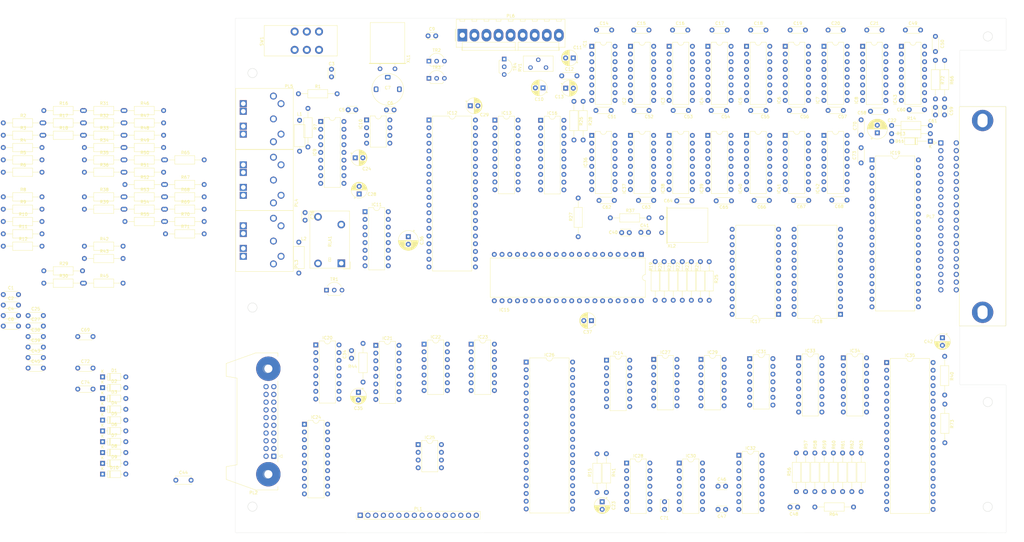
<source format=kicad_pcb>
(kicad_pcb (version 20221018) (generator pcbnew)
  (title_block (date "2023-07-10"))
  (layers (0 "F.Cu" signal) (31 "B.Cu" signal) (34 "B.Paste" user) (35 "F.Paste" user) (36 "B.SilkS" user "B.Silkscreen") (37 "F.SilkS" user "F.Silkscreen") (38 "B.Mask" user) (39 "F.Mask" user) (44 "Edge.Cuts" user))
  (net 0 "")
  (net 1 "Net-(C1-Pad1)")
  (net 2 "GND")
  (net 3 "Net-(IC9-CHROMA_LEAD)")
  (net 4 "Net-(C2-Pad2)")
  (net 5 "Net-(C3-Pad1)")
  (net 6 "Net-(D4-K)")
  (net 7 "-5V")
  (net 8 "Net-(IC9-CHROMA_LAG)")
  (net 9 "Net-(IC10--)")
  (net 10 "Net-(IC11C-X)")
  (net 11 "Net-(C7-Pad1)")
  (net 12 "Net-(C8-Pad1)")
  (net 13 "CHROMA")
  (net 14 "Net-(TR2-B)")
  (net 15 "+5V")
  (net 16 "+12V")
  (net 17 "~{RES}")
  (net 18 "CHB")
  (net 19 "CASOUT")
  (net 20 "Net-(D3-K)")
  (net 21 "Net-(D2-K)")
  (net 22 "Net-(C29-Pad1)")
  (net 23 "Net-(IC21A-RCext)")
  (net 24 "CASSND")
  (net 25 "Net-(C35-Pad2)")
  (net 26 "KB0")
  (net 27 "KB1")
  (net 28 "Net-(IC15-OSCin)")
  (net 29 "Net-(C41-Pad1)")
  (net 30 "Net-(C46-Pad1)")
  (net 31 "Net-(C47-Pad1)")
  (net 32 "DACOUT")
  (net 33 "~{RAS0}")
  (net 34 "~{RAS1}")
  (net 35 "~{LINE_PULSES}")
  (net 36 "Net-(D1-A)")
  (net 37 "Net-(D2-A)")
  (net 38 "VCLK")
  (net 39 "Net-(D7-K)")
  (net 40 "A7")
  (net 41 "~{HALT}")
  (net 42 "D7")
  (net 43 "~{WE}")
  (net 44 "Z0")
  (net 45 "Z2")
  (net 46 "Z1")
  (net 47 "D6")
  (net 48 "D5")
  (net 49 "D4")
  (net 50 "D3")
  (net 51 "D2")
  (net 52 "D1")
  (net 53 "D0")
  (net 54 "Net-(IC11C-Z)")
  (net 55 "ØB")
  (net 64 "Net-(IC9-CHROMA_OSC)")
  (net 65 "ØA")
  (net 66 "Net-(IC11B-Z)")
  (net 67 "Net-(IC11C-SEL)")
  (net 68 "Net-(IC11B-SEL)")
  (net 69 "ENA_LP")
  (net 70 "LUM")
  (net 71 "Net-(IC11A-Y)")
  (net 72 "Net-(IC11A-Z)")
  (net 73 "DD6")
  (net 74 "DD0")
  (net 75 "DD1")
  (net 76 "DD2")
  (net 77 "DD3")
  (net 78 "DD4")
  (net 79 "DD5")
  (net 80 "~{FS}")
  (net 89 "DA0")
  (net 94 "GM2")
  (net 95 "GM1")
  (net 96 "GM0")
  (net 97 "CLK")
  (net 98 "DD7")
  (net 99 "~{A}{slash}G")
  (net 101 "~{HS}")
  (net 102 "CSS")
  (net 103 "MD0")
  (net 104 "MD1")
  (net 105 "MD4")
  (net 106 "MD5")
  (net 107 "MD7")
  (net 108 "MD3")
  (net 109 "MD6")
  (net 110 "Net-(IC14A-OUT)")
  (net 111 "~{NHS}")
  (net 112 "Net-(IC14C-OUT)")
  (net 113 "Net-(IC14C-IN1)")
  (net 114 "Net-(IC14C-IN2)")
  (net 115 "Net-(IC14D-OUT)")
  (net 116 "A11")
  (net 117 "A10")
  (net 118 "A9")
  (net 119 "A8")
  (net 120 "Net-(IC15-OSCout)")
  (net 121 "Net-(IC15-~{WE})")
  (net 122 "Net-(IC15-~{CAS})")
  (net 123 "Net-(IC15-~{RAS0})")
  (net 124 "Q")
  (net 125 "E")
  (net 126 "R{slash}~{W}")
  (net 127 "A0")
  (net 128 "A1")
  (net 129 "A2")
  (net 130 "A3")
  (net 131 "A4")
  (net 132 "A5")
  (net 133 "A6")
  (net 134 "Net-(IC15-S2)")
  (net 135 "Net-(IC15-S1)")
  (net 136 "Net-(IC15-S0)")
  (net 137 "Net-(IC15-Z0)")
  (net 138 "Net-(IC15-Z1)")
  (net 139 "Net-(IC15-Z2)")
  (net 140 "Net-(IC15-Z3)")
  (net 141 "Net-(IC15-Z4)")
  (net 142 "Net-(IC15-Z5)")
  (net 143 "Net-(IC15-Z6)")
  (net 144 "Net-(IC15-Z7{slash}~{RAS1})")
  (net 145 "A15")
  (net 146 "A14")
  (net 147 "A13")
  (net 148 "A12")
  (net 149 "~{MEM}")
  (net 150 "MD2")
  (net 151 "~{R1}")
  (net 152 "~{R0}")
  (net 153 "~{NMI}")
  (net 154 "~{IRQ}")
  (net 155 "~{FIRQ}")
  (net 161 "Net-(IC20-X0)")
  (net 162 "Net-(IC20-X1)")
  (net 163 "Net-(IC20-X2)")
  (net 164 "Net-(IC20-X3)")
  (net 165 "SND_SEL0")
  (net 166 "SND_SEL1")
  (net 167 "Net-(IC20-Z)")
  (net 168 "SOUND")
  (net 169 "EXTSND")
  (net 170 "SND_ENA")
  (net 171 "Net-(IC21A-~{Q})")
  (net 172 "Net-(IC22-Pad3)")
  (net 173 "Net-(IC22-Pad4)")
  (net 174 "Net-(IC29A-Mr)")
  (net 175 "Net-(IC29A-Cp)")
  (net 176 "Net-(IC23B-Q)")
  (net 177 "Net-(IC23A-D)")
  (net 178 "KP7")
  (net 179 "/PD6")
  (net 180 "KP5")
  (net 181 "/PD4")
  (net 182 "KP3")
  (net 183 "/PD2")
  (net 184 "KP1")
  (net 185 "/PD0")
  (net 186 "KP0")
  (net 187 "/PD1")
  (net 188 "KP2")
  (net 189 "/PD3")
  (net 190 "KP4")
  (net 191 "/PD5")
  (net 192 "KP6")
  (net 193 "/PD7")
  (net 194 "CASIN")
  (net 195 "Net-(IC25A-_)")
  (net 196 "Net-(IC25A-+)")
  (net 197 "Net-(IC25B-+)")
  (net 198 "COMPARATOR")
  (net 199 "KB2")
  (net 200 "KB3")
  (net 201 "KB4")
  (net 202 "KB5")
  (net 203 "KB6")
  (net 204 "~{P0}")
  (net 205 "Net-(IC28B-Q0)")
  (net 206 "Net-(IC28A-Q3)")
  (net 207 "Net-(IC29B-Q3)")
  (net 208 "Net-(IC29B-Q2)")
  (net 209 "Net-(IC29B-Q1)")
  (net 210 "Net-(IC29A-Q2)")
  (net 219 "Net-(IC29A-Q3)")
  (net 220 "Net-(IC29B-Q0)")
  (net 230 "Net-(IC35-PA1)")
  (net 231 "~{STROBE}")
  (net 232 "Net-(IC33-~{G2A})")
  (net 237 "Net-(IC32A-QD)")
  (net 238 "Net-(IC32B-CKA)")
  (net 241 "~{EXTMEM}")
  (net 243 "~{P2}")
  (net 244 "~{P1}")
  (net 245 "~{R2}")
  (net 246 "Net-(IC34-Pad2)")
  (net 247 "DAC1")
  (net 248 "Net-(IC34-Pad4)")
  (net 249 "DAC2")
  (net 250 "Net-(IC34-Pad6)")
  (net 251 "DAC4")
  (net 252 "DAC5")
  (net 253 "Net-(IC34-Pad10)")
  (net 254 "DAC3")
  (net 255 "Net-(IC34-Pad12)")
  (net 256 "DAC0")
  (net 257 "Net-(IC34-Pad15)")
  (net 258 "BUSY")
  (net 259 "BITSND")
  (net 260 "Net-(IC35-PB2)")
  (net 261 "~{CART}")
  (net 262 "MOTOR")
  (net 263 "~{ACK}")
  (net 264 "Net-(L1-Pad2)")
  (net 265 "Net-(L2-Pad2)")
  (net 267 "Net-(PL4-Pad4)")
  (net 268 "/VIDEO")
  (net 269 "Net-(PL6-P9)")
  (net 270 "Net-(TR3-B)")
  (net 271 "Net-(TR4-E)")
  (net 272 "Net-(TR2-E)")
  (net 273 "Net-(R11-Pad2)")
  (net 274 "Z5")
  (net 275 "Z6")
  (net 276 "Z4")
  (net 277 "Z3")
  (net 278 "~{CAS}")
  (net 279 "Net-(TR1-B)")
  (footprint "Capacitor_THT:C_Disc_D4.3mm_W1.9mm_P5.00mm" (layer "F.Cu") (at 222.838 88.392)
    (fp_text reference "C52")
    (fp_text value "100nF")
  )
  (footprint "Dragon:R_Axial_DIN0207_L6.3mm_D2.5mm_P12.7mm_Horizontal" (layer "F.Cu") (at 29.1846 145.1216)
    (fp_text reference "R30")
    (fp_text value "4K7")
  )
  (footprint "Package_DIP:DIP-14_W7.62mm" (layer "F.Cu") (at 244.856 170.18)
    (fp_text reference "IC29")
    (fp_text value "74LS393")
  )
  (footprint "Dragon:R_Axial_DIN0207_L6.3mm_D2.5mm_P12.7mm_Horizontal" (layer "F.Cu") (at 29.1846 92.4716)
    (fp_text reference "R17")
    (fp_text value "10K")
  )
  (footprint "Package_DIP:DIP-14_W7.62mm" (layer "F.Cu") (at 260.858 169.926)
    (fp_text reference "IC31")
    (fp_text value "74LS02")
  )
  (footprint "Dragon:R_Axial_DIN0207_L6.3mm_D2.5mm_P12.7mm_Horizontal" (layer "F.Cu") (at 282.2448 213.614 90)
    (fp_text reference "R58")
    (fp_text value "80K")
  )
  (footprint "Dragon:R_Axial_DIN0207_L6.3mm_D2.5mm_P12.7mm_Horizontal" (layer "F.Cu") (at 42.4946 100.5716)
    (fp_text reference "R34")
    (fp_text value "8K2")
  )
  (footprint "Dragon:OJS HM 10A Relay" (layer "F.Cu") (at 123.015425 130.805294 90)
    (fp_text reference "RLA1")
    (fp_text value "RELAY")
  )
  (footprint "Package_DIP:DIP-16_W7.62mm" (layer "F.Cu") (at 118.4502 165.4198)
    (fp_text reference "IC20")
    (fp_text value "4529")
  )
  (footprint "Capacitor_THT:C_Disc_D3.0mm_W2.0mm_P2.50mm" (layer "F.Cu") (at 218.841 128.524)
    (fp_text reference "C40")
    (fp_text value "22pF")
  )
  (footprint "Inductor_THT:L_Axial_L7.0mm_D3.3mm_P10.16mm_Horizontal_Fastron_MICC" (layer "F.Cu") (at 113.1316 101.7778 90)
    (fp_text reference "L1")
    (fp_text value "3u3")
  )
  (footprint "Dragon:R_Axial_DIN0207_L6.3mm_D2.5mm_P12.7mm_Horizontal" (layer "F.Cu") (at 324.840959 71.912461 -90)
    (fp_text reference "R66")
    (fp_text value "1K5")
  )
  (footprint "Capacitor_THT:C_Disc_D4.3mm_W1.9mm_P5.00mm" (layer "F.Cu") (at 210.566 61.976)
    (fp_text reference "C14")
    (fp_text value "100nF")
  )
  (footprint "Package_DIP:DIP-14_W7.62mm" (layer "F.Cu") (at 169.4434 165.1508)
    (fp_text reference "IC23")
    (fp_text value "74LS74")
  )
  (footprint "Dragon:R_Axial_DIN0207_L6.3mm_D2.5mm_P12.7mm_Horizontal" (layer "F.Cu") (at 15.8746 96.5216)
    (fp_text reference "R3")
    (fp_text value "2K7")
  )
  (footprint "Capacitor_THT:C_Disc_D3.0mm_W2.0mm_P2.50mm" (layer "F.Cu") (at 225.1402 128.4478)
    (fp_text reference "C41")
    (fp_text value "33pF")
  )
  (footprint "Dragon:R_Axial_DIN0207_L6.3mm_D2.5mm_P12.7mm_Horizontal" (layer "F.Cu") (at 291.3634 213.614 90)
    (fp_text reference "R61")
    (fp_text value "40K")
  )
  (footprint "Capacitor_THT:C_Disc_D4.3mm_W1.9mm_P5.00mm" (layer "F.Cu") (at 300.522 88.646)
    (fp_text reference "C58")
    (fp_text value "100nF")
  )
  (footprint "Package_DIP:DIP-16_W7.62mm" (layer "F.Cu") (at 234.432 67.31)
    (fp_text reference "IC3")
    (fp_text value "4116")
  )
  (footprint "Dragon:R_Axial_DIN0207_L6.3mm_D2.5mm_P12.7mm_Horizontal" (layer "F.Cu") (at 15.8746 124.8716)
    (fp_text reference "R10")
    (fp_text value "3K3")
  )
  (footprint "Dragon:R_Axial_DIN0207_L6.3mm_D2.5mm_P12.7mm_Horizontal" (layer "F.Cu") (at 285.2928 213.614 90)
    (fp_text reference "R59")
    (fp_text value "160K")
  )
  (footprint "Dragon:R_Axial_DIN0207_L6.3mm_D2.5mm_P12.7mm_Horizontal" (layer "F.Cu") (at 42.4946 145.1216)
    (fp_text reference "R45")
    (fp_text value "6K8")
  )
  (footprint "Dragon:R_Axial_DIN0207_L6.3mm_D2.5mm_P12.7mm_Horizontal" (layer "F.Cu") (at 69.1146 112.7216)
    (fp_text reference "R67")
    (fp_text value "1K2")
  )
  (footprint "Capacitor_THT:CP_Radial_D5.0mm_P2.50mm" (layer "F.Cu") (at 212.4456 216.9414 -90)
    (fp_text reference "C23")
    (fp_text value "33uF")
  )
  (footprint "Capacitor_THT:C_Disc_D4.3mm_W1.9mm_P5.00mm" (layer "F.Cu") (at 40.3246 173.0216)
    (fp_text reference "C72")
    (fp_text value "100nF")
  )
  (footprint "Package_DIP:DIP-40_W15.24mm" (layer "F.Cu") (at 155.5954 91.5466)
    (fp_text reference "IC12")
    (fp_text value "6847")
  )
  (footprint "Dragon:R_Axial_DIN0207_L6.3mm_D2.5mm_P12.7mm_Horizontal" (layer "F.Cu") (at 279.1968 213.614 90)
    (fp_text reference "R57")
    (fp_text value "20K")
  )
  (footprint "Package_DIP:DIP-20_W7.62mm" (layer "F.Cu") (at 192.2526 91.6178)
    (fp_text reference "IC16")
    (fp_text value "74LS244")
  )
  (footprint "Package_DIP:DIP-24_W15.24mm" (layer "F.Cu") (at 270.3526 155.3668 180)
    (fp_text reference "IC17")
    (fp_text value "ROM8K")
  )
  (footprint "Capacitor_THT:C_Disc_D4.3mm_W1.9mm_P5.00mm" (layer "F.Cu") (at 248.492 61.976)
    (fp_text reference "C17")
    (fp_text value "100nF")
  )
  (footprint "Capacitor_THT:CP_Radial_D6.3mm_P2.50mm" (layer "F.Cu") (at 148.8186 129.8448 -90)
    (fp_text reference "C36")
    (fp_text value "100uF")
  )
  (footprint "Package_DIP:DIP-40_W15.24mm" (layer "F.Cu") (at 187.5028 171.0436)
    (fp_text reference "IC26")
    (fp_text value "6821")
  )
  (footprint "Dragon:R_Axial_DIN0207_L6.3mm_D2.5mm_P12.7mm_Horizontal" (layer "F.Cu") (at 307.4416 96.012358)
    (fp_text reference "R13")
    (fp_text value "4K7")
  )
  (footprint "Package_DIP:DIP-16_W7.62mm" (layer "F.Cu") (at 134.62 121.6406)
    (fp_text reference "IC11")
    (fp_text value "4053")
  )
  (footprint "Package_DIP:DIP-18_W7.62mm" (layer "F.Cu") (at 120.0658 92.0242)
    (fp_text reference "IC9")
    (fp_text value "LM1889")
  )
  (footprint "Dragon:R_Axial_DIN0207_L6.3mm_D2.5mm_P12.7mm_Horizontal" (layer "F.Cu") (at 210.7438 213.8934 90)
    (fp_text reference "R15")
    (fp_text value "1N914")
  )
  (footprint "Dragon:R_Axial_DIN0207_L6.3mm_D2.5mm_P12.7mm_Horizontal" (layer "F.Cu") (at 15.8746 128.9216)
    (fp_text reference "R11")
    (fp_text value "1K2")
  )
  (footprint "Dragon:R_Axial_DIN0207_L6.3mm_D2.5mm_P12.7mm_Horizontal" (layer "F.Cu") (at 55.8046 108.6716)
    (fp_text reference "R51")
    (fp_text value "1M5")
  )
  (footprint "Package_TO_SOT_THT:TO-92L_Inline_Wide" (layer "F.Cu") (at 121.9608 147.4144)
    (fp_text reference "TR1")
    (fp_text value "BC182")
  )
  (footprint "Dragon:R_Axial_DIN0207_L6.3mm_D2.5mm_P12.7mm_Horizontal" (layer "F.Cu") (at 133.9596 164.9222 -90)
    (fp_text reference "R44")
    (fp_text value "27K")
  )
  (footprint "Capacitor_THT:C_Disc_D4.3mm_W1.9mm_P5.00mm" (layer "F.Cu") (at 286.592 88.392)
    (fp_text reference "C57")
    (fp_text value "100nF")
  )
  (footprint "Package_DIP:DIP-16_W7.62mm" (layer "F.Cu") (at 259.8166 96.5962)
    (fp_text reference "IC40")
    (fp_text value "4116")
  )
  (footprint "Capacitor_THT:C_Disc_D4.3mm_W1.9mm_P5.00mm" (layer "F.Cu") (at 248.238 88.392)
    (fp_text reference "C54")
    (fp_text value "100nF")
  )
  (footprint "Capacitor_THT:C_Disc_D3.0mm_W2.0mm_P2.50mm" (layer "F.Cu") (at 130.175 169.779 90)
    (fp_text reference "C34")
    (fp_text value "330pF")
  )
  (footprint "Package_DIP:DIP-16_W7.62mm" (layer "F.Cu") (at 209.0166 96.5962)
    (fp_text reference "IC36")
    (fp_text value "4116")
  )
  (footprint "Package_DIP:DIP-16_W7.62mm" (layer "F.Cu") (at 221.7166 96.5962)
    (fp_text reference "IC37")
    (fp_text value "4116")
  )
  (footprint "Capacitor_THT:C_Disc_D3.8mm_W2.6mm_P2.50mm" (layer "F.Cu") (at 232.918 216.936 -90)
    (fp_text reference "C71")
    (fp_text value "180pF")
  )
  (footprint "Package_DIP:DIP-40_W15.24mm" (layer "F.Cu") (at 300.99 104.648)
    (fp_text reference "IC19")
    (fp_text value "6809E")
  )
  (footprint "Dragon:R_Axial_DIN0207_L6.3mm_D2.5mm_P12.7mm_Horizontal" (layer "F.Cu") (at 229.851388 150.74394 90)
    (fp_text reference "R19")
    (fp_text value "22R")
  )
  (footprint "Crystal:Crystal_HC49-U_Horizontal" (layer "F.Cu") (at 231.9482 128.5356 90)
    (fp_text reference "XL2")
    (fp_text value "14.218MHz")
  )
  (footprint "Capacitor_THT:C_Disc_D3.0mm_W2.0mm_P2.50mm" (layer "F.Cu") (at 123.5964 74.8484 -90)
    (fp_text reference "C3")
    (fp_text value "33pF")
  )
  (footprint "Dragon:R_Axial_DIN0207_L6.3mm_D2.5mm_P12.7mm_Horizontal" (layer "F.Cu") (at 15.8746 116.7716)
    (fp_text reference "R8")
    (fp_text value "470R")
  )
  (footprint "Connector_IDC:IDC-Header_2x10-1MP_P2.54mm_Latch_Horizontal" (layer "F.Cu") (at 104.67 201.993 180)
    (fp_text reference "PL2")
    (fp_text value "PRINTER PORT")
  )
  (footprint "Potentiometer_THT:Potentiometer_Bourns_3386X_Horizontal" (layer "F.Cu") (at 188.9252 74.295 90)
    (fp_text reference "RV1")
    (fp_text value "10K")
  )
  (footprint "Capacitor_THT:C_Disc_D4.3mm_W1.9mm_P5.00mm" (layer "F.Cu") (at 299.292 61.976)
    (fp_text reference "C21")
    (fp_text value "100nF")
  )
  (footprint "Package_DIP:DIP-14_W7.62mm" (layer "F.Cu") (at 213.868 170.434)
    (fp_text reference "IC14")
    (fp_text value "74LS86")
  )
  (footprint "Capacitor_THT:C_Disc_D3.0mm_W2.0mm_P2.50mm" (layer "F.Cu") (at 131.5774 88.1634 180)
    (fp_text reference "C5")
    (fp_text value "33pF")
  )
  (footprint "Package_DIP:DIP-16_W7.62mm" (layer "F.Cu") (at 285.232 67.31)
    (fp_text reference "IC7")
    (fp_text value "4116")
  )
  (footprint "Crystal:Crystal_HC49-U_Horizontal" (layer "F.Cu") (at 144.436 74.706 180)
    (fp_text reference "XL1")
    (fp_text value "4.433619MHz")
  )
  (footprint "Dragon:R_Axial_DIN0207_L6.3mm_D2.5mm_P12.7mm_Horizontal" (layer "F.Cu") (at 42.4946 104.6216)
    (fp_text reference "R35")
    (fp_text value "12K")
  )
  (footprint "Dragon:R_Axial_DIN0207_L6.3mm_D2.5mm_P12.7mm_Horizontal" (layer "F.Cu") (at 244.677842 150.74394 90)
    (fp_text reference "R24")
    (fp_text value "22R")
  )
  (footprint "Dragon:DIN-5_DELTRON_671-0501_45deg_Horizontal" (layer "F.Cu") (at 104.55 118.752)
    (fp_text reference "PL4")
    (fp_text value "CASSETTE")
  )
  (footprint "Capacitor_THT:CP_Radial_D5.0mm_P2.50mm" (layer "F.Cu") (at 169.152688 86.8426)
    (fp_text reference "C29")
    (fp_text value "4u7")
  )
  (footprint "Capacitor_THT:C_Disc_D3.0mm_W2.0mm_P2.50mm" (layer "F.Cu") (at 155.3102 63.881)
    (fp_text reference "C9")
    (fp_text value "3p3")
  )
  (footprint "Package_DIP:DIP-24_W15.24mm" (layer "F.Cu") (at 290.6776 155.3718 180)
    (fp_text reference "IC18")
    (fp_text value "ROM8K")
  )
  (footprint "Dragon:R_Axial_DIN0207_L6.3mm_D2.5mm_P12.7mm_Horizontal" (layer "F.Cu") (at 55.8046 100.5716)
    (fp_text reference "R49")
    (fp_text value "1K")
  )
  (footprint "Dragon:R_Axial_DIN0207_L6.3mm_D2.5mm_P12.7mm_Horizontal" (layer "F.Cu") (at 206.1972 85.3948 -90)
    (fp_text reference "R28")
    (fp_text value "22R")
  )
  (footprint "Package_DIP:DIP-16_W7.62mm" (layer "F.Cu") (at 247.132 67.31)
    (fp_text reference "IC4")
    (fp_text value "4116")
  )
  (footprint "Package_DIP:DIP-16_W7.62mm" (layer "F.Cu") (at 209.032 67.31)
    (fp_text reference "IC1")
    (fp_text value "4116")
  )
  (footprint "Package_DIP:DIP-16_W7.62mm" (layer "F.Cu") (at 272.532 67.31)
    (fp_text reference "IC6")
    (fp_text value "4116")
  )
  (footprint "Capacitor_THT:C_Disc_D4.3mm_W1.9mm_P5.00mm" (layer "F.Cu") (at 235.752 88.392)
    (fp_text reference "C53")
    (fp_text value "100nF")
  )
  (footprint "Dragon:R_Axial_DIN0207_L6.3mm_D2.5mm_P12.7mm_Horizontal" (layer "F.Cu") (at 42.4946 137.0216)
    (fp_text reference "R43")
    (fp_text value "10K")
  )
  (footprint "Dragon:R_Axial_DIN0207_L6.3mm_D2.5mm_P12.7mm_Horizontal" (layer "F.Cu") (at 29.1846 96.5216)
    (fp_text reference "R18")
    (fp_text value "10K")
  )
  (footprint "Dragon:R_Axial_DIN0207_L6.3mm_D2.5mm_P12.7mm_Horizontal" (layer "F.Cu") (at 321.818359 71.912461 -90)
    (fp_text reference "R72")
    (fp_text value "1K5")
  )
  (footprint "Package_DIP:DIP-20_W7.62mm" (layer "F.Cu") (at 177.2258 91.572)
    (fp_text reference "IC13")
    (fp_text value "74LS273")
  )
  (footprint "Package_TO_SOT_THT:TO-92L_Inline_Wide" (layer "F.Cu") (at 180.2892 71.501 -90)
    (fp_text reference "TR4")
    (fp_text value "BC212L")
  )
  (footprint "Capacitor_THT:C_Disc_D4.3mm_W1.9mm_P5.00mm" (layer "F.Cu") (at 15.8746 155.7716)
    (fp_text reference "C4")
    (fp_text value "100nF")
  )
  (footprint "Dragon:R_Axial_DIN0207_L6.3mm_D2.5mm_P12.7mm_Horizontal" (layer "F.Cu") (at 69.1146 116.7716)
    (fp_text reference "R68")
    (fp_text value "5K6")
  )
  (footprint "Diode_THT:D_DO-35_SOD27_P7.62mm_Horizontal" (layer "F.Cu") (at 48.4746 200.7716)
    (fp_text reference "D8")
    (fp_text value "1N914")
  )
  (footprint "Package_DIP:DIP-16_W7.62mm" (layer "F.Cu") (at 276.932 169.672)
    (fp_text reference "IC33")
    (fp_text value "74LS138")
  )
  (footprint "Capacitor_THT:C_Disc_D4.3mm_W1.9mm_P5.00mm" (layer "F.Cu") (at 224.362 117.9576)
    (fp_text reference "C63")
    (fp_text value "100nF")
  )
  (footprint "Capacitor_THT:CP_Radial_D5.0mm_P2.50mm" (layer "F.Cu") (at 202.946 71.1454 180)
    (fp_text reference "C11")
    (fp_text value "4u7")
  )
  (footprint "Dragon:R_Axial_DIN0207_L6.3mm_D2.5mm_P12.7mm_Horizontal" (layer "F.Cu") (at 42.4946 108.6716)
    (fp_text reference "R36")
    (fp_text value "100K")
  )
  (footprint "Capacitor_THT:C_Disc_D3.0mm_W2.0mm_P2.50mm" (layer "F.Cu") (at 250.464 219.456)
    (fp_text reference "C47")
    (fp_text value "180pF")
  )
  (footprint "Capacitor_THT:C_Disc_D4.3mm_W1.9mm_P5.00mm" (layer "F.Cu") (at 297.434 105.624 90)
    (fp_text reference "C73")
    (fp_text value "100nF")
  )
  (footprint "Dragon:Edge_2x20_P2.54mm_OvalMP" (layer "F.Cu") (at 323.596 99.06)
    (fp_text reference "PL7")
    (fp_text value "40 WAY CARD EDGE SOCKET")
  )
  (footprint "Dragon:R_Axial_DIN0207_L6.3mm_D2.5mm_P12.7mm_Horizontal" (layer "F.Cu") (at 115.8748 100.4062 90)
    (fp_text reference "R7")
    (fp_text value "1K")
  )
  (footprint "Dragon:R_Axial_DIN0207_L6.3mm_D2.5mm_P12.7mm_Horizontal" (layer "F.Cu") (at 203.1746 85.3948 -90)
    (fp_text reference "R26")
    (fp_text value "22R")
  )
  (footprint "Dragon:R_Axial_DIN0207_L6.3mm_D2.5mm_P12.7mm_Horizontal" (layer "F.Cu") (at 42.4946 88.4216)
    (fp_text reference "R31")
    (fp_text value "4K7")
  )
  (footprint "Dragon:R_Axial_DIN0207_L6.3mm_D2.5mm_P12.7mm_Horizontal" (layer "F.Cu") (at 241.706042 150.74394 90)
    (fp_text reference "R23")
    (fp_text value "22R")
  )
  (footprint "Capacitor_THT:C_Disc_D3.0mm_W2.0mm_P2.50mm" (layer "F.Cu") (at 324.8152 87.3452 -90)
    (fp_text reference "C59")
    (fp_text value "33pF")
  )
  (footprint "Capacitor_THT:C_Disc_D4.3mm_W1.9mm_P5.00mm" (layer "F.Cu") (at 222.798 61.976)
    (fp_text reference "C15")
    (fp_text value "100nF")
  )
  (footprint "Dragon:R_Axial_DIN0207_L6.3mm_D2.5mm_P12.7mm_Horizontal" (layer "F.Cu") (at 15.8746 100.5716)
    (fp_text reference "R4")
    (fp_text value "3K3")
  )
  (footprint "Package_DIP:DIP-16_W7.62mm" (layer "F.Cu") (at 234.4166 96.5962)
    (fp_text reference "IC38")
    (fp_text value "4116")
  )
  (footprint "Diode_THT:D_DO-35_SOD27_P7.62mm_Horizontal" (layer "F.Cu") (at 48.4746 183.0216)
    (fp_text reference "D3")
    (fp_text value "16V")
  )
  (footprint "Capacitor_THT:CP_Radial_D5.0mm_P2.50mm" (layer "F.Cu") (at 324.104 163.068 -90)
    (fp_text reference "C42")
    (fp_text value "10uF")
  )
  (footprint "Capacitor_THT:C_Disc_D3.0mm_W2.0mm_P2.50mm" (layer "F.Cu") (at 141.625 88.2142)
    (fp_text reference "C6")
    (fp_text value "4p7")
  )
  (footprint "Dragon:R_Axial_DIN0207_L6.3mm_D2.5mm_P12.7mm_Horizontal" (layer "F.Cu") (at 42.4946 120.8216)
    (fp_text reference "R39")
    (fp_text value "4K7")
  )
  (footprint "Dragon:R_Axial_DIN0207_L6.3mm_D2.5mm_P12.7mm_Horizontal" (layer "F.Cu") (at 125.4506 82.9056 180)
    (fp_text reference "R1")
    (fp_text value "100R")
  )
  (footprint "Capacitor_THT:C_Disc_D5.0mm_W2.5mm_P5.00mm" (layer "F.Cu") (at 72.5146 209.8616)
    (fp_text reference "C44")
    (fp_text value "20nF")
  )
  (footprint "Dragon:R_Axial_DIN0207_L6.3mm_D2.5mm_P12.7mm_Horizontal" (layer "F.Cu") (at 69.1146 124.8716)
    (fp_text reference "R70")
    (fp_text value "10R")
  )
  (footprint "Diode_THT:D_DO-35_SOD27_P7.62mm_Horizontal" (layer "F.Cu") (at 48.4746 175.9216)
    (fp_text reference "D1")
    (fp_text value "1N914")
  )
  (footprint "Capacitor_THT:C_Disc_D4.3mm_W1.9mm_P5.00mm" (layer "F.Cu") (at 24.0246 159.2216)
    (fp_text reference "C27")
    (fp_text value "100nF")
  )
  (footprint "Dragon:R_Axial_DIN0207_L6.3mm_D2.5mm_P12.7mm_Horizontal" (layer "F.Cu") (at 213.8172 213.868 90)
    (fp_text reference "R41")
    (fp_text value "4K7")
  )
  (footprint "Capacitor_THT:C_Disc_D4.3mm_W1.9mm_P5.00mm" (layer "F.Cu") (at 235.538 61.976)
    (fp_text reference "C16")
    (fp_text value "100nF")
  )
  (footprint "Diode_THT:D_DO-35_SOD27_P7.62mm_Horizontal" (layer "F.Cu") (at 48.4746 179.4716)
    (fp_text reference "D2")
    (fp_text value "16V")
  )
  (footprint "Capacitor_THT:C_Disc_D4.3mm_W1.9mm_P5.00mm" (layer "F.Cu") (at 15.8746 152.3216)
    (fp_text reference "C2")
    (fp_text value "100nF")
  )
  (footprint "Capacitor_THT:C_Disc_D4.3mm_W1.9mm_P5.00mm" (layer "F.Cu") (at 40.3246 179.9216)
    (fp_text reference "C74")
    (fp_text value "100nF")
  )
  (footprint "Dragon:R_Axial_DIN0207_L6.3mm_D2.5mm_P12.7mm_Horizontal" (layer "F.Cu") (at 324.9168 184.8612 -90)
    (fp_text reference "R73")
    (fp_text value "4K7")
  )
  (footprint "Capacitor_THT:C_Disc_D4.3mm_W1.9mm_P5.00mm" (layer "F.Cu") (at 275.2382 117.9576)
    (fp_text reference "C67")
    (fp_text value "100nF")
  )
  (footprint "Capacitor_THT:C_Disc_D4.3mm_W1.9mm_P5.00mm" (layer "F.Cu") (at 24.0246 173.0216)
    (fp_text reference "C45")
    (fp_text value "10nF")
  )
  (footprint "Dragon:R_Axial_DIN0207_L6.3mm_D2.5mm_P12.7mm_Horizontal" (layer "F.Cu") (at 69.1146 104.6216)
    (fp_text reference "R65")
    (fp_text value "680R")
  )
  (footprint "Capacitor_THT:C_Disc_D4.3mm_W1.9mm_P5.00mm" (layer "F.Cu") (at 24.0246 166.1216)
    (fp_text reference "C39")
    (fp_text value "10nF")
  )
  (footprint "Capacitor_THT:C_Disc_D4.3mm_W1.9mm_P5.00mm" (layer "F.Cu") (at 211.4188 117.9576)
    (fp_text reference "C62")
    (fp_text value "100nF")
  )
  (footprint "Package_DIP:DIP-16_W7.62mm" (layer "F.Cu") (at 259.832 67.31)
    (fp_text reference "IC5")
    (fp_text value "4116")
  )
  (footprint "Dragon:R_Axial_DIN0207_L6.3mm_D2.5mm_P12.7mm_Horizontal" (layer "F.Cu") (at 238.734242 150.74394 90)
    (fp_text reference "R22")
    (fp_text value "22R")
  )
  (footprint "Dragon:R_Axial_DIN0207_L6.3mm_D2.5mm_P12.7mm_Horizontal" (layer "F.Cu") (at 55.8046 96.5216)
    (fp_text reference "R48")
    (fp_text value "15K")
  )
  (footprint "Package_DIP:DIP-16_W7.62mm" (layer "F.Cu") (at 297.932 67.31)
    (fp_text reference "IC8")
    (fp_text value "4116")
  )
  (footprint "Diode_THT:D_DO-35_SOD27_P7.62mm_Horizontal" (layer "F.Cu") (at 48.4746 204.3216)
    (fp_text reference "D9")
    (fp_text value "1N914")
  )
  (footprint "Capacitor_THT:CP_Radial_D5.0mm_P2.50mm" (layer "F.Cu") (at 208.915 157.4292 180)
    (fp_text reference "C37")
    (fp_text value "4u7")
  )
  (footprint "Capacitor_THT:C_Disc_D4.3mm_W1.9mm_P5.00mm" (layer "F.Cu") (at 249.8636 118.0846)
    (fp_text reference "C65")
    (fp_text value "100nF")
  )
  (footprint "Dragon:DIN-5_DELTRON_671-0501_45deg_Horizontal" (layer "F.Cu") (at 104.5404 98.6644)
    (fp_text reference "PL5")
    (fp_text value "Left Joystick")
  )
  (footprint "Dragon:R_Axial_DIN0207_L6.3mm_D2.5mm_P12.7mm_Horizontal" (layer "F.Cu") (at 288.3154 213.614 90)
    (fp_text reference "R60")
    (fp_text value "330K")
  )
  (footprint "Capacitor_THT:C_Disc_D3.0mm_W2.0mm_P2.50mm" (layer "F.Cu") (at 114.935 121.94 -90)
    (fp_text reference "C26")
    (fp_text value "2nF")
  )
  (footprint "Dragon:R_Axial_DIN0207_L6.3mm_D2.5mm_P12.7mm_Horizontal" (layer "F.Cu") (at 55.8046 124.8716)
    (fp_text reference "R55")
    (fp_text value "10K")
  )
  (footprint "Dragon:R_Axial_DIN0207_L6.3mm_D2.5mm_P12.7mm_Horizontal" (layer "F.Cu") (at 29.1846 88.4216)
    (fp_text reference "R16")
    (fp_text value "33K")
  )
  (footprint "Package_TO_SOT_THT:TO-92L_Inline_Wide" (layer "F.Cu") (at 155.575 77.8368)
    (fp_text reference "TR3")
    (fp_text value "2N2369")
  )
  (footprint "Dragon:R_Axial_DIN0207_L6.3mm_D2.5mm_P12.7mm_Horizontal" (layer "F.Cu") (at 15.8746 92.4716)
    (fp_text reference "R2")
    (fp_text value "1K")
  )
  (footprint "Capacitor_THT:C_Disc_D4.3mm_W1.9mm_P5.00mm" (layer "F.Cu") (at 24.0246 155.7716)
    (fp_text reference "C25")
    (fp_text value "10nF")
  )
  (footprint "Capacitor_THT:C_Disc_D4.3mm_W1.9mm_P5.00mm" (layer "F.Cu") (at 286.592 61.976)
    (fp_text reference "C20")
    (fp_text value "100nF")
  )
  (footprint "Capacitor_THT:C_Disc_D4.3mm_W1.9mm_P5.00mm" (layer "F.Cu") (at 15.8746 159.2216)
    (fp_text reference "C8")
    (fp_text value "10nF")
  )
  (footprint "Package_DIP:DIP-16_W7.62mm" (layer "F.Cu") (at 272.5166 96.5962)
    (fp_text reference "IC41")
    (fp_text value "4116")
  )
  (footprint "Dragon:R_Axial_DIN0207_L6.3mm_D2.5mm_P12.7mm_Horizontal" (layer "F.Cu") (at 232.790642 150.74394 90)
    (fp_text reference "R20")
    (fp_text value "22R")
  )
  (footprint "Dragon:R_Axial_DIN0207_L6.3mm_D2.5mm_P12.7mm_Horizontal" (layer "F.Cu") (at 55.8046 120.8216)
    (fp_text reference "R54")
    (fp_text value "1K")
  )
  (footprint "Package_DIP:DIP-40_W15.24mm" (layer "F.Cu") (at 305.816 171.196)
    (fp_text reference "IC35")
    (fp_text value "6821")
  )
  (footprint "Capacitor_THT:CP_Radial_D5.0mm_P2.50mm" (layer "F.Cu") (at 193.0146 80.9752 180)
    (fp_text reference "C10")
    (fp_text value "4u7")
  )
  (footprint "Dragon:R_Axial_DIN0207_L6.3mm_D2.5mm_P12.7mm_Horizontal" (layer "F.Cu") (at 235.762442 150.74394 90)
    (fp_text reference "R21")
    (fp_text value "22R")
  )
  (footprint "Package_DIP:DIP-8_W7.62mm" (layer "F.Cu") (at 152.0544 198.1554)
    (fp_text reference "IC25")
    (fp_text value "LM393")
  )
  (footprint "Dragon:R_Axial_DIN0207_L6.3mm_D2.5mm_P12.7mm_Horizontal" (layer "F.Cu") (at 69.1146 120.8216)
    (fp_text reference "R69")
    (fp_text value "330R")
  )
  (footprint "Capacitor_THT:C_Disc_D4.3mm_W1.9mm_P5.00mm" (layer "F.Cu") (at 236.935 118.0846)
    (fp_text reference "C64")
    (fp_text value "100nF")
  )
  (footprint "Capacitor_THT:C_Disc_D4.3mm_W1.9mm_P5.00mm" (layer "F.Cu") (at 297.434 91.48 -90)
    (fp_text reference "C70")
    (fp_text value "100nF")
  )
  (footprint "Dragon:R_Axial_DIN0207_L6.3mm_D2.5mm_P12.7mm_Horizontal" (layer "F.Cu") (at 276.1742 213.614 90)
    (fp_text reference "R56")
    (fp_text value "10K")
  )
  (footprint "Dragon:R_Axial_DIN0207_L6.3mm_D2.5mm_P12.7mm_Horizontal" (layer "F.Cu") (at 55.8046 112.7216)
    (fp_text reference "R52")
    (fp_text value "56K")
  )
  (footprint "Diode_THT:D_DO-35_SOD27_P7.62mm_Horizontal" (layer "F.Cu") (at 48.4746 193.6716)
    (fp_text reference "D6")
    (fp_text value "1N914")
  )
  (footprint "Diode_THT:D_DO-35_SOD27_P7.62mm_Horizontal" (layer "F.Cu") (at 48.4746 197.2216)
    (fp_text reference "D7")
    (fp_text value "1N914")
  )
  (footprint "Package_DIP:DIP-8_W7.62mm" (layer "F.Cu") (at 135.128 91.5162)
    (fp_text reference "IC10")
    (fp_text value "SFC2318")
  )
  (footprint "Package_DIP:DIP-16_W7.62mm" (layer "F.Cu") (at 310.642 67.31)
    (fp_text reference "IC43")
    (fp_text value "4116")
  )
  (footprint "Capacitor_THT:C_Disc_D4.3mm_W1.9mm_P5.00mm" (layer "F.Cu") (at 313.222 88.138)
    (fp_text reference "C60")
    (fp_text value "100nF")
  )
  (footprint "Capacitor_THT:CP_Radial_D6.3mm_P2.50mm" (layer "F.Cu") (at 302.7426 95.7326 90)
    (fp_text reference "C22")
    (fp_text value "100uF")
  )
  (footprint "Package_DIP:DIP-14_W7.62mm" (layer "F.Cu") (at 220.472 204.216)
    (fp_text reference "IC28")
    (fp_text value "74LS393")
  )
  (footprint "Capacitor_THT:C_Disc_D4.3mm_W1.9mm_P5.00mm" (layer "F.Cu") (at 287.8112 117.8306)
    (fp_text reference "C68")
    (fp_text value "100nF")
  )
  (footprint "Capacitor_THT:CP_Radial_D5.0mm_P2.50mm" (layer "F.Cu") (at 132.4356 181.0004 -90)
    (fp_text reference "C35")
    (fp_text value "10uF")
  )
  (footprint "Dragon:R_Axial_DIN0207_L6.3mm_D2.5mm_P12.7mm_Horizontal" (layer "F.Cu") (at 69.1146 128.9216)
    (fp_text reference "R71")
    (fp_text value "470R")
  )
  (footprint "Dragon:R_Axial_DIN0207_L6.3mm_D2.5mm_P12.7mm_Horizontal" (layer "F.Cu") (at 204.571242 129.86514 90)
    (fp_text reference "R27")
    (fp_text value "22R")
  )
  (footprint "Dragon:R_Axial_DIN0207_L6.3mm_D2.5mm_P12.7mm_Horizontal" (layer "F.Cu") (at 42.4946 92.4716)
    (fp_text reference "R32")
    (fp_text value "4K7")
  )
  (footprint "Package_DIP:DIP-14_W7.62mm" (layer "F.Cu") (at 154.0002 165.1508)
    (fp_text reference "IC22")
    (fp_text value "74LS00")
  )
  (footprint "Capacitor_THT:C_Disc_D4.3mm_W1.9mm_P5.00mm" (layer "F.Cu") (at 15.8746 148.8716)
    (fp_text reference "C1")
    (fp_text value "10nF")
  )
  (footprint "Dragon:R_Axial_DIN0207_L6.3mm_D2.5mm_P12.7mm_Horizontal" (layer "F.Cu") (at 42.4946 132.9716)
    (fp_text reference "R42")
    (fp_text value "10K")
  )
  (footprint "Capacitor_THT:C_Disc_D4.3mm_W1.9mm_P5.00mm" (layer "F.Cu") (at 40.3246 162.6716)
    (fp_text reference "C69")
    (fp_text value "100nF")
  )
  (footprint "Dragon:R_Axial_DIN0207_L6.3mm_D2.5mm_P12.7mm_Horizontal" (layer "F.Cu") (at 15.8746 108.6716)
    (fp_text reference "R6")
    (fp_text value "1K2")
  )
  (footprint "Dragon:Trimmer-7.5mm" (layer "F.Cu") (at 142.0622 81.4324)
    (fp_text reference "C7")
    (fp_text value "2-22pF")
  )
  (footprint "Diode_THT:D_DO-35_SOD27_P7.62mm_Horizontal" (layer "F.Cu") (at 48.4746 190.1216)
    (fp_text reference "D5")
    (fp_text value "1N914")
  )
  (footprint "Capacitor_THT:C_Disc_D4.3mm_W1.9mm_P5.00mm" (layer "F.Cu") (at 199.1652 77.0128)
    (fp_text reference "C12")
    (fp_text value "100nF")
  )
  (footprint "Dragon:R_Axial_DIN0207_L6.3mm_D2.5mm_P12.7mm_Horizontal" (layer "F.Cu") (at 324.866 169.164 -90)
    (fp_text reference "R40")
    (fp_text value "4K7")
  )
  (footprint "Dragon:R_Axial_DIN0207_L6.3mm_D2.5mm_P12.7mm_Horizontal" (layer "F.Cu") (at 215.1126 123.6726)
    (fp_text reference "R37")
    (fp_text value "1K5")
  )
  (footprint "Diode_THT:D_DO-35_SOD27_P7.62mm_Horizontal" (layer "F.Cu") (at 48.4746 207.8716)
    (fp_text reference "D10")
    (fp_text value "1N3597")
  )
  (footprint "Capacitor_THT:C_Disc_D4.3mm_W1.9mm_P5.00mm" (layer "F.Cu") (at 210.392 88.392)
    (fp_text reference "C51")
    (fp_text value "100nF")
  )
  (footprint "Dragon:R_Axial_DIN0207_L6.3mm_D2.5mm_P12.7mm_Horizontal" (layer "F.Cu") (at 294.9448 218.668959 180)
    (fp_text reference "R64")
    (fp_text value "100K")
  )
  (footprint "Dragon:R_Axial_DIN0207_L6.3mm_D2.5mm_P12.7mm_Horizontal" (layer "F.Cu") (at 294.386 213.614 90)
    (fp_text reference "R62")
    (fp_text value "10K")
  )
  (footprint "Dragon:R_Axial_DIN0207_L6.3mm_D2.5mm_P12.7mm_Horizontal" (layer "F.Cu") (at 55.8046 116.7716)
    (fp_text reference "R53")
    (fp_text value "10M")
  )
  (footprint "Capacitor_THT:C_Disc_D4.3mm_W1.9mm_P5.00mm" (layer "F.Cu") (at 261.192 88.392)
    (fp_text reference "C55")
    (fp_text value "100nF")
  )
  (footprint "Dragon:R_Axial_DIN0207_L6.3mm_D2.5mm_P12.7mm_Horizontal" (layer "F.Cu") (at 247.5738 150.759658 90)
    (fp_text reference "R25")
    (fp_text value "22R")
  )
  (footprint "Dragon:R_Axial_DIN0207_L6.3mm_D2.5mm_P12.7mm_Horizontal" (layer "F.Cu") (at 55.8046 88.4216)
    (fp_text reference "R46")
    (fp_text value "220R")
  )
  (footprint "Capacitor_THT:CP_Radial_D5.0mm_P2.50mm" (layer "F.Cu") (at 131.3942 103.9368)
    (fp_text reference "C24")
    (fp_text value "47u")
  )
  (footprint "Package_DIP:DIP-14_W7.62mm" (layer "F.Cu") (at 237.744 204.216)
    (fp_text reference "IC30")
    (fp_text value "74LS32")
  )
  (footprint "Package_TO_SOT_THT:TO-92L_Inline_Wide" (layer "F.Cu") (at 155.575 72.1868)
    (fp_text reference "TR2")
    (fp_text value "2N2369")
  )
  (footprint "Package_DIP:DIP-14_W7.62mm" (layer "F.Cu") (at 229.362 170.18)
    (fp_text reference "IC27")
    (fp_text value "74LS20")
  )
  (footprint "Capacitor_THT:CP_Radial_D5.0mm_P2.50mm" (layer "F.Cu") (at 132.6896 115.824 90)
    (fp_text reference "C28")
    (fp_text value "4u7")
  )
  (footprint "Capacitor_THT:C_Disc_D3.0mm_W2.0mm_P2.50mm" (layer "F.Cu") (at 321.8294 87.362 -90)
    (fp_text reference "C61")
    (fp_text value "33pF")
  )
  (footprint "Capacitor_THT:C_Disc_D4.3mm_W1.9mm_P5.00mm" (layer "F.Cu") (at 24.0246 162.6716)
    (fp_text reference "C38")
    (fp_text value "10nF")
  )
  (footprint "Package_DIP:DIP-16_W7.62mm" (layer "F.Cu") (at 221.732 67.31)
    (fp_text reference "IC2")
    (fp_text value "4116")
  )
  (footprint "Dragon:R_Axial_DIN0207_L6.3mm_D2.5mm_P12.7mm_Horizontal" (layer "F.Cu") (at 42.4946 116.7716)
    (fp_text reference "R38")
    (fp_text value "4K7")
  )
  (footprint "Dragon:DIN-5_DELTRON_671-0501_45deg_Horizontal" (layer "F.Cu") (at 104.5464 138.7996)
    (fp_text reference "PL3")
    (fp_text value "Right Joystick")
  )
  (footprint "Dragon:R_Axial_DIN0207_L6.3mm_D2.5mm_P12.7mm_Horizontal" (layer "F.Cu") (at 15.8746 132.9716)
    (fp_text reference "R12")
    (fp_text value "22R")
  )
  (footprint "Capacitor_THT:C_Disc_D4.3mm_W1.9mm_P5.00mm" (layer "F.Cu") (at 321.818 69.048 90)
    (fp_text reference "C50")
    (fp_text value "100nF")
  )
  (footprint "Package_DIP:DIP-16_W7.62mm" (layer "F.Cu") (at 247.1166 96.5962)
    (fp_text reference "IC39")
    (fp_text value "4116")
  )
  (footprint "Capacitor_THT:C_Disc_D3.0mm_W2.0mm_P2.50mm" (layer "F.Cu") (at 276.606 218.694 180)
    (fp_text reference "C48")
    (fp_text value "22pF")
  )
  (footprint "Capacitor_THT:C_Disc_D4.3mm_W1.9mm_P5.00mm" (layer "F.Cu") (at 261.192 61.976)
    (fp_text reference "C18")
    (fp_text value "100nF")
  )
  (footprint "Package_DIP:DIP-16_W7.62mm" (layer "F.Cu") (at 138.1506 165.5572)
    (fp_text reference "IC21")
    (fp_text value "74LS123")
  )
  (footprint "Inductor_THT:L_Axial_L7.0mm_D3.3mm_P10.16mm_Horizontal_Fastron_MICC" (layer "F.Cu") (at 112.8776 141.8082 90)
    (fp_text reference "L2")
    (fp_text value "3u3")
  )
  (footprint "Dragon:R_Axial_DIN0207_L6.3mm_D2.5mm_P12.7mm_Horizontal" (layer "F.Cu") (at 55.8046 92.4716)
    (fp_text reference "R47")
    (fp_text value "8K2")
  )
  (footprint "Diode_THT:D_DO-35_SOD27_P7.62mm_Horizontal" (layer "F.Cu") (at 48.4746 186.5716)
    (fp_text reference "D4")
    (fp_text value "1N914")
  )
  (footprint "Capacitor_THT:C_Disc_D4.3mm_W1.9mm_P5.00mm" (layer "F.Cu") (at 311.952 61.976)
    (fp_text reference "C49")
    (fp_text value "100nF")
  )
  (footprint "Package_DIP:DIP-16_W7.62mm" (layer "F.Cu") (at 285.2166 96.5962)
    (fp_text reference "IC42")
    (fp_text value "4116")
  )
  (footprint "Package_DIP:DIP-16_W7.62mm" (layer "F.Cu") (at 257.302 201.676)
    (fp_text reference "IC32")
    (fp_text value "74LS390")
  )
  (footprint "Package_DIP:DIP-16_W7.62mm" (layer "F.Cu") (at 291.592 169.672)
    (fp_text reference "IC34")
    (fp_text value "4050")
  )
  (footprint "Capacitor_THT:C_Disc_D4.3mm_W1.9mm_P5.00mm" (layer "F.Cu") (at 24.0246 169.5716)
    (fp_text reference "C43")
    (fp_text value "10nF")
  )
  (footprint "Dragon:R_Axial_DIN0207_L6.3mm_D2.5mm_P12.7mm_Horizontal" (layer "F.Cu") (at 29.1846 141.0716)
    (fp_text reference "R29")
    (fp_text value "68K")
  )
  (footprint "Dragon:Button_AlpsAlpine_SPUN190900" (layer "F.Cu") (at 111.506 62.484 90)
    (fp_text reference "SW1")
    (fp_text value "RESET")
  )
  (footprint "Connector_PinHeader_2.54mm:PinHeader_1x16_P2.54mm_Vertical" (layer "F.Cu") (at 133.0198 221.3864 90)
    (fp_text reference "PL1")
    (fp_text value "KEYBOARD CONNECTOR")
  )
  (footprint "Dragon:R_Axial_DIN0207_L6.3mm_D2.5mm_P12.7mm_Horizontal" (layer "F.Cu") (at 297.434 213.614 90)
    (fp_text reference "R63")
    (fp_text value "4K7")
  )
  (footprint "Dragon:R_Axial_DIN0207_L6.3mm_D2.5mm_P12.7mm_Horizontal" (layer "F.Cu") (at 15.8746 104.6216)
    (fp_text reference "R5")
    (fp_text value "1K")
  )
  (footprint "Connector_Molex:Molex_KK-396_A-41791-0009_1x09_P3.96mm_Vertical" (layer "F.Cu") (at 166.5478 63.6524)
    (fp_text reference "PL6")
    (fp_text value "POWER/VIDEO")
  )
  (footprint "Dragon:R_Axial_DIN0207_L6.3mm_D2.5mm_P12.7mm_Horizontal" (layer "F.Cu") (at 15.8746 120.8216)
    (fp_text reference "R9")
    (fp_text value "270R")
  )
  (footprint "Dragon:R_Axial_DIN0207_L6.3mm_D2.5mm_P12.7mm_Horizontal" (layer "F.Cu") (at 55.8046 104.6216)
    (fp_text reference "R50")
    (fp_text value "56K")
  )
  (footprint "Package_DIP:DIP-20_W7.62mm" (layer "F.Cu") (at 114.7064 191.4906)
    (fp_text reference "IC24")
    (fp_text value "74LS244")
  )
  (footprint "Capacitor_THT:C_Disc_D4.3mm_W1.9mm_P5.00mm" (layer "F.Cu") (at 274.146 61.976)
    (fp_text reference "C19")
    (fp_text value "100nF")
  )
  (footprint "Dragon:R_Axial_DIN0207_L6.3mm_D2.5mm_P12.7mm_Horizontal" (layer "F.Cu") (at 42.4946 96.5216)
    (fp_text reference "R33")
    (fp_text value "1K8")
  )
  (footprint "Capacitor_THT:CP_Radial_D5.0mm_P2.50mm" (layer "F.Cu") (at 200.470888 81.0768)
    (fp_text reference "C13")
    (fp_text value "10uF")
  )
  (footprint "Capacitor_THT:C_Disc_D3.0mm_W2.0mm_P2.50mm" (layer "F.Cu") (at 250.464 211.836)
    (fp_text reference "C46")
    (fp_text value "180pF")
  )
  (footprint "Capacitor_THT:C_Disc_D4.3mm_W1.9mm_P5.00mm" (layer "F.Cu") (at 262.3096 117.9576)
    (fp_text reference "C66")
    (fp_text value "100nF")
  )
  (footprint "Diode_THT:D_DO-35_SOD27_P12.70mm_Horizontal" (layer "F.Cu") (at 320.167 98.501558 180)
    (fp_text reference "D11")
    (fp_text value "1N3592")
  )
  (footprint "Package_DIP:DIP-40_W15.24mm" (layer "F.Cu") (at 225.298 135.6868 -90)
    (fp_text reference "IC15")
    (fp_text value "74LS783")
  )
  (footprint "Capacitor_THT:C_Disc_D4.3mm_W1.9mm_P5.00mm" (layer "F.Cu") (at 273.892 88.392)
    (fp_text reference "C56")
    (fp_text value "100nF")
  )
  (footprint "Dragon:R_Axial_DIN0207_L6.3mm_D2.5mm_P12.7mm_Horizontal" (layer "F.Cu") (at 307.4416 93.345)
    (fp_text reference "R14")
    (fp_text value "4K7")
  )
  (gr_circle locked (center 97.664467 218.540947) (end 98.743178 219.619658) (stroke (width 0.1)) (fill none) (layer "Edge.Cuts"))
  (gr_arc locked (start 329.768859 68.849403) (mid 329.843274 68.669818) (end 330.022859 68.595403) (stroke (width 0.05)) (layer "Edge.Cuts"))
  (gr_circle locked (center 339.031913 64.072064) (end 340.110624 65.150775) (stroke (width 0.1)) (fill none) (layer "Edge.Cuts"))
  (gr_arc locked (start 344.753862 86.968947) (mid 344.933469 87.04334) (end 345.007862 87.222947) (stroke (width 0.05)) (layer "Edge.Cuts"))
  (gr_line locked (start 344.753862 159.231947) (end 330.021862 159.231947) (stroke (width 0.05)) (layer "Edge.Cuts"))
  (gr_line locked (start 330.021862 178.483342) (end 344.753862 178.483342) (stroke (width 0.05)) (layer "Edge.Cuts"))
  (gr_line locked (start 92.02363 226.870356) (end 92.023862 58.341342) (stroke (width 0.05)) (layer "Edge.Cuts"))
  (gr_circle locked (center 337.034067 154.161477) (end 338.559595 154.161477) (stroke (width 0.1)) (fill none) (layer "Edge.Cuts"))
  (gr_arc locked (start 92.023862 58.341342) (mid 92.098258 58.161738) (end 92.277862 58.087342) (stroke (width 0.05)) (layer "Edge.Cuts"))
  (gr_circle locked (center 339.004963 184.177764) (end 340.083674 185.256475) (stroke (width 0.1)) (fill none) (layer "Edge.Cuts"))
  (gr_arc locked (start 345.0064 226.8964) (mid 344.931986 227.075986) (end 344.7524 227.1504) (stroke (width 0.05)) (layer "Edge.Cuts"))
  (gr_arc locked (start 345.008008 68.341474) (mid 344.933608 68.521074) (end 344.754008 68.595474) (stroke (width 0.05)) (layer "Edge.Cuts"))
  (gr_circle locked (center 97.66294 76.097309) (end 98.741651 77.17602) (stroke (width 0.1)) (fill none) (layer "Edge.Cuts"))
  (gr_arc locked (start 92.27763 227.124356) (mid 92.09802 227.049966) (end 92.02363 226.870356) (stroke (width 0.05)) (layer "Edge.Cuts"))
  (gr_arc locked (start 329.767862 159.485947) (mid 329.842256 159.306341) (end 330.021862 159.231947) (stroke (width 0.05)) (layer "Edge.Cuts"))
  (gr_line locked (start 329.767862 159.485947) (end 329.767862 178.229342) (stroke (width 0.05)) (layer "Edge.Cuts"))
  (gr_arc locked (start 344.753862 178.483342) (mid 344.933471 178.557733) (end 345.007862 178.737342) (stroke (width 0.05)) (layer "Edge.Cuts"))
  (gr_line locked (start 344.7524 227.1504) (end 92.27763 227.124356) (stroke (width 0.05)) (layer "Edge.Cuts"))
  (gr_circle locked (center 337.034067 92.159947) (end 338.559595 92.159947) (stroke (width 0.1)) (fill none) (layer "Edge.Cuts"))
  (gr_circle locked (center 97.66294 153.135947) (end 98.741651 154.214658) (stroke (width 0.1)) (fill none) (layer "Edge.Cuts"))
  (gr_circle locked (center 102.482 173.248732) (end 103.41739 174.224709) (stroke (width 0.1)) (fill none) (layer "Edge.Cuts"))
  (gr_arc locked (start 344.753862 58.087342) (mid 344.933471 58.161733) (end 345.007862 58.341342) (stroke (width 0.05)) (layer "Edge.Cuts"))
  (gr_line locked (start 329.768859 68.849403) (end 329.767862 86.714947) (stroke (width 0.05)) (layer "Edge.Cuts"))
  (gr_line locked (start 345.007862 58.341342) (end 345.008008 68.341474) (stroke (width 0.05)) (layer "Edge.Cuts"))
  (gr_line locked (start 345.007862 178.737342) (end 345.0064 226.8964) (stroke (width 0.05)) (layer "Edge.Cuts"))
  (gr_line locked (start 344.754008 68.595474) (end 330.022859 68.595403) (stroke (width 0.05)) (layer "Edge.Cuts"))
  (gr_circle locked (center 102.520169 207.913762) (end 103.455559 208.889739) (stroke (width 0.1)) (fill none) (layer "Edge.Cuts"))
  (gr_line locked (start 92.277862 58.087342) (end 344.753862 58.087342) (stroke (width 0.05)) (layer "Edge.Cuts"))
  (gr_arc locked (start 330.021862 178.483342) (mid 329.84226 178.408944) (end 329.767862 178.229342) (stroke (width 0.05)) (layer "Edge.Cuts"))
  (gr_circle locked (center 338.979459 218.615865) (end 340.05817 219.694576) (stroke (width 0.1)) (fill none) (layer "Edge.Cuts"))
  (gr_arc locked (start 345.007862 158.850947) (mid 344.95161 159.088612) (end 344.753862 159.231947) (stroke (width 0.05)) (layer "Edge.Cuts"))
  (gr_line locked (start 345.007862 87.222947) (end 345.007862 158.850947) (stroke (width 0.05)) (layer "Edge.Cuts"))
  (gr_arc locked (start 330.021862 86.968947) (mid 329.84226 86.894549) (end 329.767862 86.714947) (stroke (width 0.05)) (layer "Edge.Cuts"))
  (gr_line locked (start 330.021862 86.968947) (end 344.753862 86.968947) (stroke (width 0.05)) (layer "Edge.Cuts"))
)
</source>
